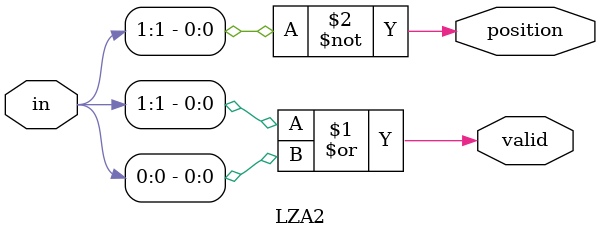
<source format=v>
`timescale 1ns/1ns
module LZA2(
    input [1:0] in,
    output valid, 
    output position
);
    assign valid = in[1]|in[0];
    assign position = ~in[1];


endmodule

</source>
